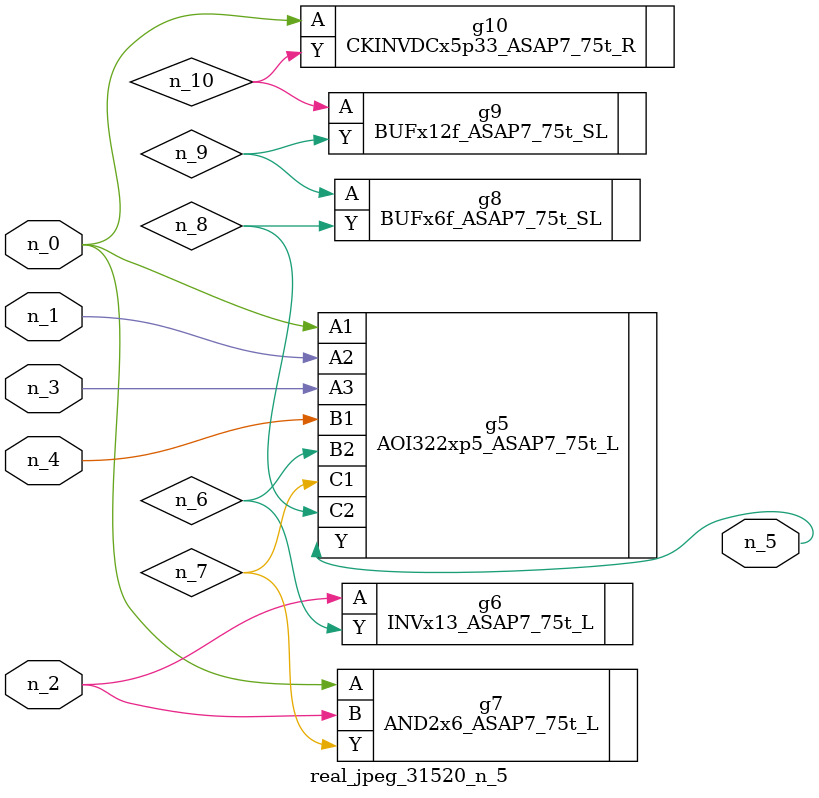
<source format=v>
module real_jpeg_31520_n_5 (n_4, n_0, n_1, n_2, n_3, n_5);

input n_4;
input n_0;
input n_1;
input n_2;
input n_3;

output n_5;

wire n_8;
wire n_6;
wire n_7;
wire n_10;
wire n_9;

AOI322xp5_ASAP7_75t_L g5 ( 
.A1(n_0),
.A2(n_1),
.A3(n_3),
.B1(n_4),
.B2(n_6),
.C1(n_7),
.C2(n_8),
.Y(n_5)
);

AND2x6_ASAP7_75t_L g7 ( 
.A(n_0),
.B(n_2),
.Y(n_7)
);

CKINVDCx5p33_ASAP7_75t_R g10 ( 
.A(n_0),
.Y(n_10)
);

INVx13_ASAP7_75t_L g6 ( 
.A(n_2),
.Y(n_6)
);

BUFx6f_ASAP7_75t_SL g8 ( 
.A(n_9),
.Y(n_8)
);

BUFx12f_ASAP7_75t_SL g9 ( 
.A(n_10),
.Y(n_9)
);


endmodule
</source>
